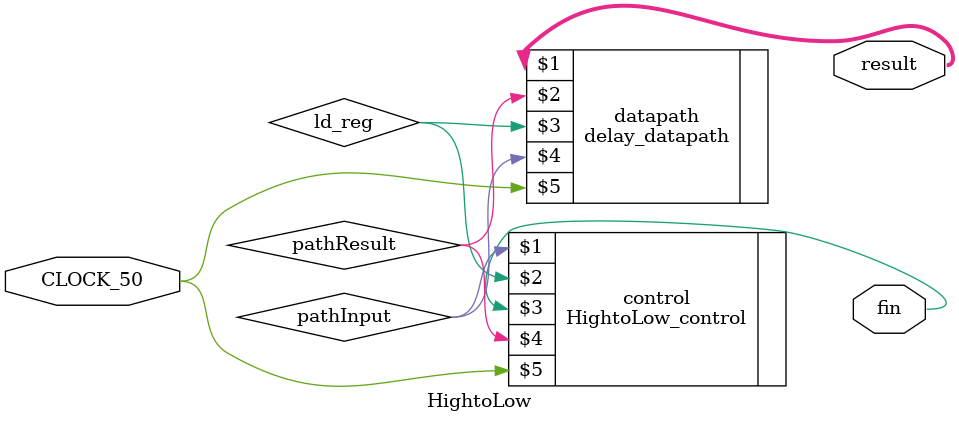
<source format=v>
module HightoLow(result, fin, CLOCK_50);
input CLOCK_50;

output [31:0] result;
output fin;

wire pathInput, pathResult, ld_reg;

HightoLow_control control(pathInput, ld_reg, fin, pathResult, CLOCK_50);
delay_datapath datapath(result, pathResult, ld_reg, pathInput, CLOCK_50);


endmodule

</source>
